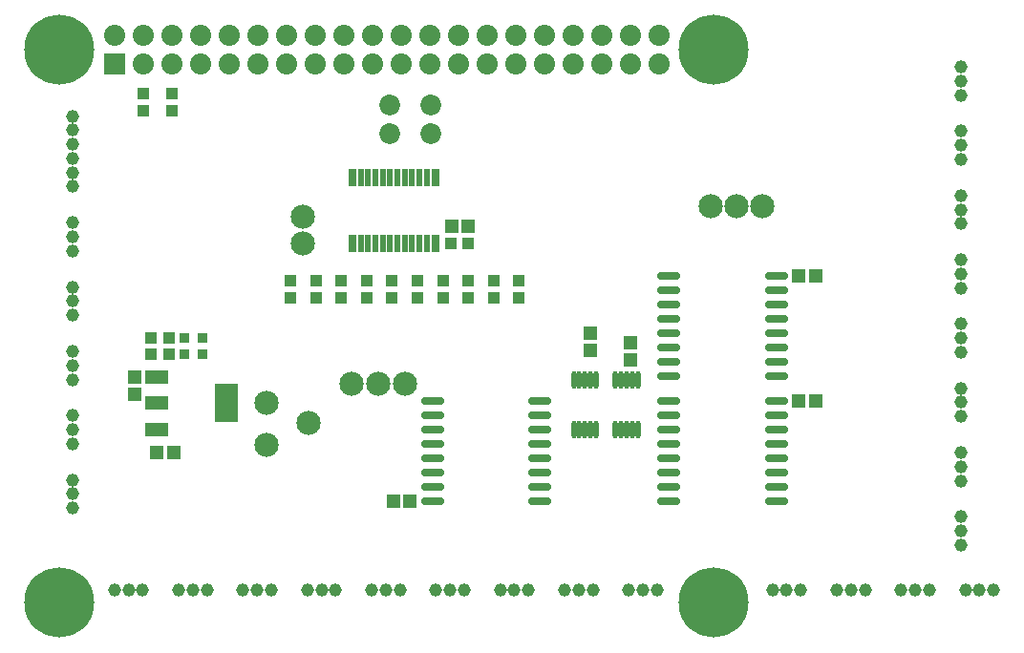
<source format=gts>
G04*
G04 #@! TF.GenerationSoftware,Altium Limited,Altium Designer,20.2.6 (244)*
G04*
G04 Layer_Color=8388736*
%FSLAX25Y25*%
%MOIN*%
G70*
G04*
G04 #@! TF.SameCoordinates,6014BA27-FBD2-41FC-A7C1-7B1D111333E3*
G04*
G04*
G04 #@! TF.FilePolarity,Negative*
G04*
G01*
G75*
%ADD27R,0.04134X0.03937*%
%ADD28R,0.03740X0.03740*%
%ADD29R,0.03937X0.04134*%
%ADD30R,0.04724X0.04528*%
%ADD31R,0.07874X0.13189*%
%ADD32R,0.07874X0.04528*%
%ADD33R,0.04528X0.04724*%
%ADD34C,0.08465*%
%ADD35O,0.08071X0.02953*%
%ADD36O,0.01772X0.06299*%
%ADD37R,0.02953X0.05906*%
%ADD38R,0.02165X0.05906*%
%ADD39C,0.04528*%
%ADD40C,0.24410*%
%ADD41C,0.07284*%
%ADD42C,0.07382*%
%ADD43R,0.07382X0.07382*%
D27*
X52953Y185531D02*
D03*
Y191634D02*
D03*
X42953Y185531D02*
D03*
Y191634D02*
D03*
X94449Y126201D02*
D03*
Y120098D02*
D03*
X103307D02*
D03*
Y126201D02*
D03*
X112165D02*
D03*
Y120098D02*
D03*
X121024Y126201D02*
D03*
Y120098D02*
D03*
X129882Y126201D02*
D03*
Y120098D02*
D03*
X138740Y126201D02*
D03*
Y120098D02*
D03*
X147598Y126201D02*
D03*
Y120098D02*
D03*
X156457Y126201D02*
D03*
Y120098D02*
D03*
X165315Y126201D02*
D03*
Y120098D02*
D03*
X174173Y126201D02*
D03*
Y120098D02*
D03*
D28*
X63701Y100472D02*
D03*
X57402D02*
D03*
X63681Y106181D02*
D03*
X57382D02*
D03*
D29*
X51988Y100472D02*
D03*
X45886D02*
D03*
X51968Y106181D02*
D03*
X45866D02*
D03*
X156398Y139252D02*
D03*
X150295D02*
D03*
D30*
X53759Y66063D02*
D03*
X47853D02*
D03*
X277638Y127657D02*
D03*
X271732D02*
D03*
X277638Y84153D02*
D03*
X271732D02*
D03*
X130315Y49134D02*
D03*
X136221D02*
D03*
X156496Y145158D02*
D03*
X150591D02*
D03*
D31*
X72066Y83346D02*
D03*
D32*
X47853Y74291D02*
D03*
Y83346D02*
D03*
Y92401D02*
D03*
D33*
X40079D02*
D03*
Y86496D02*
D03*
X199134Y101850D02*
D03*
Y107756D02*
D03*
X212913Y104449D02*
D03*
Y98543D02*
D03*
D34*
X85984Y68661D02*
D03*
X259095Y152166D02*
D03*
X98655Y139276D02*
D03*
X98813Y148370D02*
D03*
X85984Y83346D02*
D03*
X241142Y152166D02*
D03*
X250118D02*
D03*
X134252Y90236D02*
D03*
X125039D02*
D03*
X115827D02*
D03*
X100669Y76457D02*
D03*
D35*
X144016Y84153D02*
D03*
Y79154D02*
D03*
Y74154D02*
D03*
Y69153D02*
D03*
Y64153D02*
D03*
Y59153D02*
D03*
Y54154D02*
D03*
Y49154D02*
D03*
X181417Y84153D02*
D03*
Y79154D02*
D03*
Y74154D02*
D03*
Y69153D02*
D03*
Y64153D02*
D03*
Y59153D02*
D03*
Y54154D02*
D03*
Y49154D02*
D03*
X226535Y127657D02*
D03*
Y122658D02*
D03*
Y117657D02*
D03*
Y112657D02*
D03*
Y107658D02*
D03*
Y102657D02*
D03*
Y97658D02*
D03*
Y92658D02*
D03*
X263937Y127657D02*
D03*
Y122658D02*
D03*
Y117657D02*
D03*
Y112657D02*
D03*
Y107658D02*
D03*
Y102657D02*
D03*
Y97658D02*
D03*
Y92658D02*
D03*
X226535Y84153D02*
D03*
Y79154D02*
D03*
Y74154D02*
D03*
Y69153D02*
D03*
Y64153D02*
D03*
Y59153D02*
D03*
Y54154D02*
D03*
Y49154D02*
D03*
X263937Y84153D02*
D03*
Y79154D02*
D03*
Y74154D02*
D03*
Y69153D02*
D03*
Y64153D02*
D03*
Y59153D02*
D03*
Y54154D02*
D03*
Y49154D02*
D03*
D36*
X201102Y91536D02*
D03*
X199134D02*
D03*
X197165D02*
D03*
X195197D02*
D03*
X193228D02*
D03*
X201102Y74213D02*
D03*
X199134D02*
D03*
X197165D02*
D03*
X195197D02*
D03*
X193228D02*
D03*
X215669Y91536D02*
D03*
X213701D02*
D03*
X211732D02*
D03*
X209764D02*
D03*
X207795D02*
D03*
X215669Y74213D02*
D03*
X213701D02*
D03*
X211732D02*
D03*
X209764D02*
D03*
X207795D02*
D03*
D37*
X116004Y139272D02*
D03*
X144941D02*
D03*
X116004Y162303D02*
D03*
X144941D02*
D03*
D38*
X118957Y139272D02*
D03*
X121516D02*
D03*
X124075D02*
D03*
X126634D02*
D03*
X129193D02*
D03*
X131752D02*
D03*
X134311D02*
D03*
X136870D02*
D03*
X139429D02*
D03*
X141988D02*
D03*
X118957Y162303D02*
D03*
X124075D02*
D03*
X126634D02*
D03*
X129193D02*
D03*
X131752D02*
D03*
X121516D02*
D03*
X134311D02*
D03*
X136870D02*
D03*
X141988D02*
D03*
X139429D02*
D03*
D39*
X262638Y18228D02*
D03*
X267559D02*
D03*
X272480D02*
D03*
X32992D02*
D03*
X37913D02*
D03*
X42835D02*
D03*
X18228Y136496D02*
D03*
Y141417D02*
D03*
Y146339D02*
D03*
Y114055D02*
D03*
Y118976D02*
D03*
Y123898D02*
D03*
Y91614D02*
D03*
Y96535D02*
D03*
Y101457D02*
D03*
Y69173D02*
D03*
Y74094D02*
D03*
Y79016D02*
D03*
Y46732D02*
D03*
Y51653D02*
D03*
Y56575D02*
D03*
X65276Y18228D02*
D03*
X60354D02*
D03*
X55433D02*
D03*
X87717D02*
D03*
X82795D02*
D03*
X77874D02*
D03*
X110158D02*
D03*
X105236D02*
D03*
X100315D02*
D03*
X132598D02*
D03*
X127677D02*
D03*
X122756D02*
D03*
X155039D02*
D03*
X150118D02*
D03*
X145197D02*
D03*
X177480D02*
D03*
X172559D02*
D03*
X167638D02*
D03*
X199921Y18228D02*
D03*
X195000D02*
D03*
X190079D02*
D03*
X222362D02*
D03*
X217441D02*
D03*
X212520D02*
D03*
X294921Y18228D02*
D03*
X290000D02*
D03*
X285079D02*
D03*
X317362D02*
D03*
X312441D02*
D03*
X307520D02*
D03*
X339803D02*
D03*
X334882D02*
D03*
X329961D02*
D03*
X328228Y43661D02*
D03*
Y38740D02*
D03*
Y33819D02*
D03*
X328228Y66102D02*
D03*
Y61181D02*
D03*
Y56260D02*
D03*
Y88583D02*
D03*
Y83661D02*
D03*
Y78740D02*
D03*
Y110984D02*
D03*
Y106063D02*
D03*
Y101142D02*
D03*
Y133425D02*
D03*
Y128504D02*
D03*
Y123583D02*
D03*
Y155866D02*
D03*
Y150945D02*
D03*
Y146024D02*
D03*
X328228Y178307D02*
D03*
Y173386D02*
D03*
Y168465D02*
D03*
Y200748D02*
D03*
Y195827D02*
D03*
Y190905D02*
D03*
X18307Y163937D02*
D03*
Y183622D02*
D03*
Y173779D02*
D03*
Y159016D02*
D03*
Y168858D02*
D03*
Y178701D02*
D03*
D40*
X242126Y206693D02*
D03*
Y13780D02*
D03*
X13780D02*
D03*
Y206693D02*
D03*
D41*
X143268Y187638D02*
D03*
Y177638D02*
D03*
X129213Y187638D02*
D03*
Y177638D02*
D03*
D42*
X142953Y201689D02*
D03*
X132953D02*
D03*
X122953D02*
D03*
X112953D02*
D03*
X102953D02*
D03*
X92953D02*
D03*
X82953D02*
D03*
X72953D02*
D03*
X222953D02*
D03*
X212953D02*
D03*
X202953D02*
D03*
X192953D02*
D03*
X182953D02*
D03*
X172953D02*
D03*
X162953D02*
D03*
X152953D02*
D03*
X62953D02*
D03*
X52953D02*
D03*
X42953D02*
D03*
X142953Y211689D02*
D03*
X132953D02*
D03*
X122953D02*
D03*
X112953D02*
D03*
X102953D02*
D03*
X92953D02*
D03*
X82953D02*
D03*
X72953D02*
D03*
X222953D02*
D03*
X212953D02*
D03*
X202953D02*
D03*
X192953D02*
D03*
X182953D02*
D03*
X172953D02*
D03*
X162953D02*
D03*
X152953D02*
D03*
X62953D02*
D03*
X52953D02*
D03*
X42953D02*
D03*
X32953D02*
D03*
D43*
Y201689D02*
D03*
M02*

</source>
